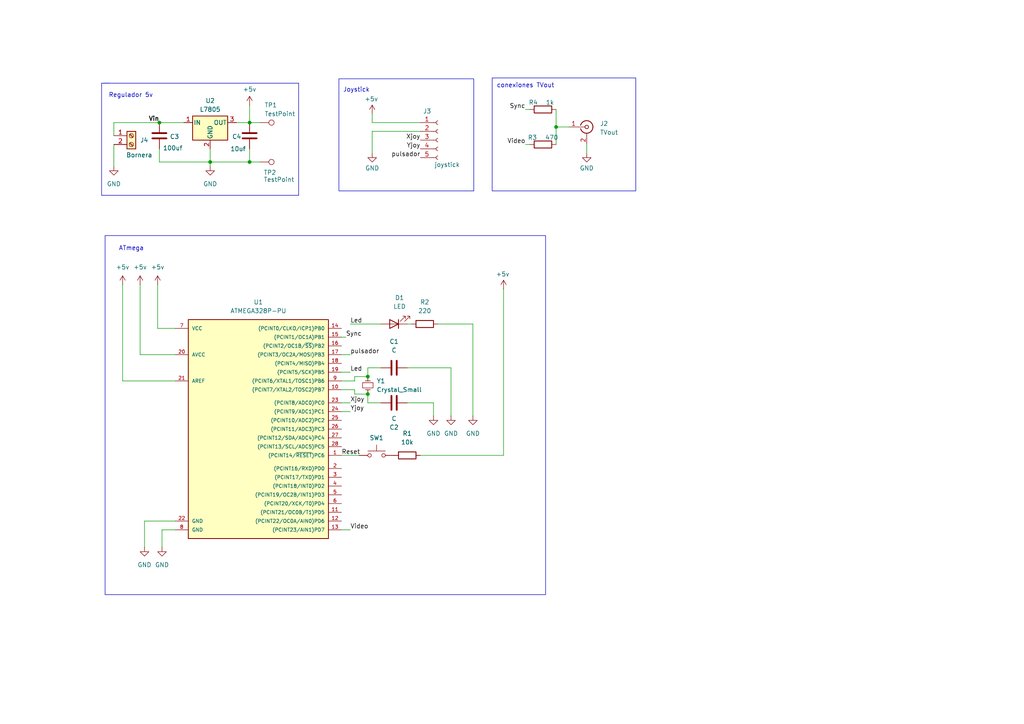
<source format=kicad_sch>
(kicad_sch (version 20231120) (generator "eeschema") (generator_version "8.0")
  (paper "A4")
  (lib_symbols
    (symbol "Connector:Conn_01x05_Socket" (pin_names (offset 1.016) hide)
      (property "Reference" "J" (at 0 7.62 0))
      (property "Value" "Conn_01x05_Socket" (at 0 -7.62 0))
      (symbol "Conn_01x05_Socket_1_1"
        (arc (start 0 -4.572) (mid -0.5058 -5.08) (end 0 -5.588) (stroke (width 0.1524)))
        (arc (start 0 -2.032) (mid -0.5058 -2.54) (end 0 -3.048) (stroke (width 0.1524)))
        (polyline (pts (xy -1.27 -5.08) (xy -0.508 -5.08)) (stroke (width 0.1524)))
        (polyline (pts (xy -1.27 -2.54) (xy -0.508 -2.54)) (stroke (width 0.1524)))
        (polyline (pts (xy -1.27 0) (xy -0.508 0)) (stroke (width 0.1524)))
        (polyline (pts (xy -1.27 2.54) (xy -0.508 2.54)) (stroke (width 0.1524)))
        (polyline (pts (xy -1.27 5.08) (xy -0.508 5.08)) (stroke (width 0.1524)))
        (arc (start 0 0.508) (mid -0.5058 0) (end 0 -0.508) (stroke (width 0.1524)))
        (arc (start 0 3.048) (mid -0.5058 2.54) (end 0 2.032) (stroke (width 0.1524)))
        (arc (start 0 5.588) (mid -0.5058 5.08) (end 0 4.572) (stroke (width 0.1524)))
        (pin passive line (at -5.08 5.08 0) (length 3.81) (name "Pin_1") (number "1"))
        (pin passive line (at -5.08 2.54 0) (length 3.81) (name "Pin_2") (number "2"))
        (pin passive line (at -5.08 0 0) (length 3.81) (name "Pin_3") (number "3"))
        (pin passive line (at -5.08 -2.54 0) (length 3.81) (name "Pin_4") (number "4"))
        (pin passive line (at -5.08 -5.08 0) (length 3.81) (name "Pin_5") (number "5"))
      )
    )
    (symbol "Connector:Conn_Coaxial" (pin_names (offset 1.016) hide)
      (property "Reference" "J" (at 0.254 3.048 0))
      (property "Value" "Conn_Coaxial" (at 2.921 0 90))
      (symbol "Conn_Coaxial_0_1"
        (arc (start -1.778 -0.508) (mid 0.2311 -1.8066) (end 1.778 0) (stroke (width 0.254)))
        (polyline (pts (xy -2.54 0) (xy -0.508 0)))
        (polyline (pts (xy 0 -2.54) (xy 0 -1.778)))
        (circle (center 0 0) (radius 0.508) (stroke (width 0.2032)))
        (arc (start 1.778 0) (mid 0.2099 1.8101) (end -1.778 0.508) (stroke (width 0.254)))
      )
      (symbol "Conn_Coaxial_1_1"
        (pin passive line (at -5.08 0 0) (length 2.54) (name "In") (number "1"))
        (pin passive line (at 0 -5.08 90) (length 2.54) (name "Ext") (number "2"))
      )
    )
    (symbol "Connector:Screw_Terminal_01x02" (pin_names (offset 1.016) hide)
      (property "Reference" "J" (at 0 2.54 0))
      (property "Value" "Screw_Terminal_01x02" (at 0 -5.08 0))
      (symbol "Screw_Terminal_01x02_1_1"
        (rectangle (start -1.27 1.27) (end 1.27 -3.81) (stroke (width 0.254)) (fill (type background)))
        (circle (center 0 -2.54) (radius 0.635) (stroke (width 0.1524)))
        (polyline (pts (xy -0.5334 -2.2098) (xy 0.3302 -3.048)) (stroke (width 0.1524)))
        (polyline (pts (xy -0.5334 0.3302) (xy 0.3302 -0.508)) (stroke (width 0.1524)))
        (polyline (pts (xy -0.3556 -2.032) (xy 0.508 -2.8702)) (stroke (width 0.1524)))
        (polyline (pts (xy -0.3556 0.508) (xy 0.508 -0.3302)) (stroke (width 0.1524)))
        (circle (center 0 0) (radius 0.635) (stroke (width 0.1524)))
        (pin passive line (at -5.08 0 0) (length 3.81) (name "Pin_1") (number "1"))
        (pin passive line (at -5.08 -2.54 0) (length 3.81) (name "Pin_2") (number "2"))
      )
    )
    (symbol "Connector:TestPoint" (pin_numbers hide) (pin_names (offset 0.762) hide)
      (property "Reference" "TP" (at 0 6.858 0))
      (property "Value" "TestPoint" (at 0 5.08 0))
      (symbol "TestPoint_0_1"
        (circle (center 0 3.302) (radius 0.762))
      )
      (symbol "TestPoint_1_1"
        (pin passive line (at 0 0 90) (length 2.54) (name "1") (number "1"))
      )
    )
    (symbol "Device:C" (pin_numbers hide) (pin_names (offset 0.254))
      (property "Reference" "C" (at 0.635 2.54 0))
      (property "Value" "C" (at 0.635 -2.54 0))
      (symbol "C_0_1"
        (polyline (pts (xy -2.032 -0.762) (xy 2.032 -0.762)) (stroke (width 0.508)))
        (polyline (pts (xy -2.032 0.762) (xy 2.032 0.762)) (stroke (width 0.508)))
      )
      (symbol "C_1_1"
        (pin passive line (at 0 3.81 270) (length 2.794) (name "~") (number "1"))
        (pin passive line (at 0 -3.81 90) (length 2.794) (name "~") (number "2"))
      )
    )
    (symbol "Device:LED" (pin_numbers hide) (pin_names (offset 1.016) hide)
      (property "Reference" "D" (at 0 2.54 0))
      (property "Value" "LED" (at 0 -2.54 0))
      (symbol "LED_0_1"
        (polyline (pts (xy -1.27 -1.27) (xy -1.27 1.27)) (stroke (width 0.254)))
        (polyline (pts (xy -1.27 0) (xy 1.27 0)))
        (polyline (pts (xy 1.27 -1.27) (xy 1.27 1.27) (xy -1.27 0) (xy 1.27 -1.27)) (stroke (width 0.254)))
        (polyline (pts (xy -3.048 -0.762) (xy -4.572 -2.286) (xy -3.81 -2.286) (xy -4.572 -2.286) (xy -4.572 -1.524)))
        (polyline (pts (xy -1.778 -0.762) (xy -3.302 -2.286) (xy -2.54 -2.286) (xy -3.302 -2.286) (xy -3.302 -1.524)))
      )
      (symbol "LED_1_1"
        (pin passive line (at -3.81 0 0) (length 2.54) (name "K") (number "1"))
        (pin passive line (at 3.81 0 180) (length 2.54) (name "A") (number "2"))
      )
    )
    (symbol "Device:R" (pin_numbers hide) (pin_names (offset 0))
      (property "Reference" "R" (at 2.032 0 90))
      (property "Value" "R" (at 0 0 90))
      (symbol "R_0_1"
        (rectangle (start -1.016 -2.54) (end 1.016 2.54) (stroke (width 0.254)))
      )
      (symbol "R_1_1"
        (pin passive line (at 0 3.81 270) (length 1.27) (name "~") (number "1"))
        (pin passive line (at 0 -3.81 90) (length 1.27) (name "~") (number "2"))
      )
    )
    (symbol "EESTN5:ATMEGA328P-PU" (pin_names (offset 1.016))
      (property "Reference" "U" (at -19.05 31.75 0))
      (property "Value" "ATMEGA328P-PU" (at 10.16 -35.56 0))
      (symbol "ATMEGA328P-PU_0_1"
        (rectangle (start -19.05 30.48) (end 21.59 -33.02) (stroke (width 0.254)) (fill (type background)))
      )
      (symbol "ATMEGA328P-PU_1_1"
        (pin bidirectional line (at 25.4 -8.89 180) (length 3.81) (name "(PCINT14/~{RESET})PC6") (number "1"))
        (pin bidirectional line (at 25.4 10.16 180) (length 3.81) (name "(PCINT7/XTAL2/TOSC2)PB7") (number "10"))
        (pin bidirectional line (at 25.4 -25.4 180) (length 3.81) (name "(PCINT21/OC0B/T1)PD5") (number "11"))
        (pin bidirectional line (at 25.4 -27.94 180) (length 3.81) (name "(PCINT22/OC0A/AIN0)PD6") (number "12"))
        (pin bidirectional line (at 25.4 -30.48 180) (length 3.81) (name "(PCINT23/AIN1)PD7") (number "13"))
        (pin bidirectional line (at 25.4 27.94 180) (length 3.81) (name "(PCINT0/CLKO/ICP1)PB0") (number "14"))
        (pin bidirectional line (at 25.4 25.4 180) (length 3.81) (name "(PCINT1/OC1A)PB1") (number "15"))
        (pin bidirectional line (at 25.4 22.86 180) (length 3.81) (name "(PCINT2/OC1B/~{SS})PB2") (number "16"))
        (pin bidirectional line (at 25.4 20.32 180) (length 3.81) (name "(PCINT3/OC2A/MOSI)PB3") (number "17"))
        (pin bidirectional line (at 25.4 17.78 180) (length 3.81) (name "(PCINT4/MISO)PB4") (number "18"))
        (pin bidirectional line (at 25.4 15.24 180) (length 3.81) (name "(PCINT5/SCK)PB5") (number "19"))
        (pin bidirectional line (at 25.4 -12.7 180) (length 3.81) (name "(PCINT16/RXD)PD0") (number "2"))
        (pin power_in line (at -22.86 20.32 0) (length 3.81) (name "AVCC") (number "20"))
        (pin bidirectional line (at -22.86 12.7 0) (length 3.81) (name "AREF") (number "21"))
        (pin power_in line (at -22.86 -27.94 0) (length 3.81) (name "GND") (number "22"))
        (pin bidirectional line (at 25.4 6.35 180) (length 3.81) (name "(PCINT8/ADC0)PC0") (number "23"))
        (pin bidirectional line (at 25.4 3.81 180) (length 3.81) (name "(PCINT9/ADC1)PC1") (number "24"))
        (pin bidirectional line (at 25.4 1.27 180) (length 3.81) (name "(PCINT10/ADC2)PC2") (number "25"))
        (pin bidirectional line (at 25.4 -1.27 180) (length 3.81) (name "(PCINT11/ADC3)PC3") (number "26"))
        (pin bidirectional line (at 25.4 -3.81 180) (length 3.81) (name "(PCINT12/SDA/ADC4)PC4") (number "27"))
        (pin bidirectional line (at 25.4 -6.35 180) (length 3.81) (name "(PCINT13/SCL/ADC5)PC5") (number "28"))
        (pin bidirectional line (at 25.4 -15.24 180) (length 3.81) (name "(PCINT17/TXD)PD1") (number "3"))
        (pin bidirectional line (at 25.4 -17.78 180) (length 3.81) (name "(PCINT18/INT0)PD2") (number "4"))
        (pin bidirectional line (at 25.4 -20.32 180) (length 3.81) (name "(PCINT19/OC2B/INT1)PD3") (number "5"))
        (pin bidirectional line (at 25.4 -22.86 180) (length 3.81) (name "(PCINT20/XCK/T0)PD4") (number "6"))
        (pin power_in line (at -22.86 27.94 0) (length 3.81) (name "VCC") (number "7"))
        (pin power_in line (at -22.86 -30.48 0) (length 3.81) (name "GND") (number "8"))
        (pin bidirectional line (at 25.4 12.7 180) (length 3.81) (name "(PCINT6/XTAL1/TOSC1)PB6") (number "9"))
      )
    )
    (symbol "EESTN5:Crystal_Small" (pin_numbers hide) (pin_names (offset 1.016) hide)
      (property "Reference" "Y" (at 0 2.54 0))
      (property "Value" "Crystal_Small" (at 0 -2.54 0))
      (symbol "Crystal_Small_0_1"
        (rectangle (start -0.762 -1.524) (end 0.762 1.524))
        (polyline (pts (xy -1.27 -0.762) (xy -1.27 0.762)))
        (polyline (pts (xy 1.27 -0.762) (xy 1.27 0.762)))
      )
      (symbol "Crystal_Small_1_1"
        (pin passive line (at -2.54 0 0) (length 1.27) (name "1") (number "1"))
        (pin passive line (at 2.54 0 180) (length 1.27) (name "2") (number "2"))
      )
    )
    (symbol "EESTN5:SW_Push" (pin_numbers hide) (pin_names (offset 1.016) hide)
      (property "Reference" "SW" (at 1.27 2.54 0))
      (symbol "SW_Push_0_1"
        (circle (center -2.032 0) (radius 0.508))
        (polyline (pts (xy 0 1.27) (xy 0 3.048)))
        (polyline (pts (xy 2.54 1.27) (xy -2.54 1.27)))
        (circle (center 2.032 0) (radius 0.508))
        (pin passive line (at -5.08 0 0) (length 2.54) (name "1") (number "1"))
        (pin passive line (at 5.08 0 180) (length 2.54) (name "2") (number "2"))
      )
    )
    (symbol "Regulator_Linear:L7805" (pin_names (offset 0.254))
      (property "Reference" "U" (at -3.81 3.175 0))
      (property "Value" "L7805" (at 0 3.175 0))
      (symbol "L7805_0_1"
        (rectangle (start -5.08 1.905) (end 5.08 -5.08) (stroke (width 0.254)) (fill (type background)))
      )
      (symbol "L7805_1_1"
        (pin power_in line (at -7.62 0 0) (length 2.54) (name "IN") (number "1"))
        (pin power_in line (at 0 -7.62 90) (length 2.54) (name "GND") (number "2"))
        (pin power_out line (at 7.62 0 180) (length 2.54) (name "OUT") (number "3"))
      )
    )
    (symbol "power:GND" (power) (pin_numbers hide) (pin_names (offset 0) hide)
      (property "Value" "GND" (at 0 -3.81 0))
      (symbol "GND_0_1"
        (polyline (pts (xy 0 0) (xy 0 -1.27) (xy 1.27 -1.27) (xy 0 -2.54) (xy -1.27 -1.27) (xy 0 -1.27)))
      )
      (symbol "GND_1_1"
        (pin power_in line (at 0 0 270) (length 0) (name "~") (number "1"))
      )
    )
    (symbol "power:VCC" (power) (pin_numbers hide) (pin_names (offset 0) hide)
      (property "Value" "VCC" (at 0 3.556 0))
      (symbol "VCC_0_1"
        (polyline (pts (xy -0.762 1.27) (xy 0 2.54)))
        (polyline (pts (xy 0 0) (xy 0 2.54)))
        (polyline (pts (xy 0 2.54) (xy 0.762 1.27)))
      )
      (symbol "VCC_1_1"
        (pin power_in line (at 0 0 90) (length 0) (name "~") (number "1"))
      )
    )
  )
  (junction (at 106.68 114.3))
  (junction (at 161.29 36.83))
  (junction (at 60.96 46.99))
  (junction (at 72.39 46.99))
  (junction (at 46.228 35.56))
  (junction (at 72.39 35.56))
  (junction (at 106.68 109.22))
  (wire (pts (xy 102.87 113.03) (xy 99.06 113.03)))
  (polyline (pts (xy 29.464 24.13) (xy 31.75 24.13)))
  (wire (pts (xy 152.4 31.75) (xy 153.67 31.75)))
  (wire (pts (xy 101.6 102.87) (xy 99.06 102.87)))
  (wire (pts (xy 46.228 46.99) (xy 60.96 46.99)))
  (polyline (pts (xy 29.464 56.642) (xy 29.464 24.892)))
  (wire (pts (xy 102.87 110.49) (xy 99.06 110.49)))
  (wire (pts (xy 110.49 106.68) (xy 106.68 106.68)))
  (wire (pts (xy 127 93.98) (xy 137.16 93.98)))
  (wire (pts (xy 99.06 119.38) (xy 101.6 119.38)))
  (wire (pts (xy 75.438 35.56) (xy 72.39 35.56)))
  (wire (pts (xy 40.64 102.87) (xy 40.64 82.55)))
  (wire (pts (xy 106.68 114.3) (xy 102.87 114.3)))
  (wire (pts (xy 118.11 93.98) (xy 119.38 93.98)))
  (wire (pts (xy 121.92 38.1) (xy 107.95 38.1)))
  (wire (pts (xy 161.29 36.83) (xy 161.29 41.91)))
  (wire (pts (xy 118.11 116.84) (xy 125.73 116.84)))
  (wire (pts (xy 118.11 106.68) (xy 130.81 106.68)))
  (wire (pts (xy 99.06 97.79) (xy 100.33 97.79)))
  (wire (pts (xy 146.05 132.08) (xy 146.05 83.82)))
  (wire (pts (xy 121.92 35.56) (xy 107.95 35.56)))
  (wire (pts (xy 137.16 93.98) (xy 137.16 120.65)))
  (wire (pts (xy 121.92 132.08) (xy 146.05 132.08)))
  (wire (pts (xy 41.91 158.75) (xy 41.91 151.13)))
  (wire (pts (xy 41.91 151.13) (xy 50.8 151.13)))
  (wire (pts (xy 72.39 46.99) (xy 75.438 46.99)))
  (wire (pts (xy 99.06 107.95) (xy 101.6 107.95)))
  (wire (pts (xy 102.87 114.3) (xy 102.87 113.03)))
  (wire (pts (xy 170.18 41.91) (xy 170.18 44.45)))
  (wire (pts (xy 106.68 106.68) (xy 106.68 109.22)))
  (wire (pts (xy 60.96 48.26) (xy 60.96 46.99)))
  (wire (pts (xy 68.58 35.56) (xy 72.39 35.56)))
  (wire (pts (xy 46.228 35.56) (xy 53.34 35.56)))
  (wire (pts (xy 152.4 41.91) (xy 153.67 41.91)))
  (wire (pts (xy 50.8 95.25) (xy 45.72 95.25)))
  (wire (pts (xy 107.95 35.56) (xy 107.95 33.02)))
  (wire (pts (xy 45.72 95.25) (xy 45.72 82.55)))
  (wire (pts (xy 101.6 93.98) (xy 110.49 93.98)))
  (wire (pts (xy 46.99 158.75) (xy 46.99 153.67)))
  (wire (pts (xy 50.8 110.49) (xy 35.56 110.49)))
  (wire (pts (xy 50.8 102.87) (xy 40.64 102.87)))
  (polyline (pts (xy 29.972 24.13) (xy 31.75 24.13)))
  (wire (pts (xy 33.02 41.91) (xy 33.02 48.26)))
  (wire (pts (xy 35.56 110.49) (xy 35.56 82.55)))
  (polyline (pts (xy 86.614 24.13) (xy 86.614 56.642)))
  (polyline (pts (xy 31.75 24.13) (xy 86.614 24.13)))
  (wire (pts (xy 165.1 36.83) (xy 161.29 36.83)))
  (wire (pts (xy 72.39 46.99) (xy 60.96 46.99)))
  (wire (pts (xy 125.73 116.84) (xy 125.73 120.65)))
  (wire (pts (xy 99.06 132.08) (xy 104.14 132.08)))
  (wire (pts (xy 72.39 30.48) (xy 72.39 35.56)))
  (wire (pts (xy 99.06 153.67) (xy 101.6 153.67)))
  (polyline (pts (xy 29.464 24.13) (xy 29.464 24.892)))
  (wire (pts (xy 33.02 35.56) (xy 46.228 35.56)))
  (wire (pts (xy 161.29 31.75) (xy 161.29 36.83)))
  (wire (pts (xy 33.02 39.37) (xy 33.02 35.56)))
  (wire (pts (xy 72.39 43.18) (xy 72.39 46.99)))
  (wire (pts (xy 46.228 43.18) (xy 46.228 46.99)))
  (wire (pts (xy 99.06 116.84) (xy 101.6 116.84)))
  (polyline (pts (xy 86.614 56.642) (xy 29.464 56.642)))
  (wire (pts (xy 107.95 38.1) (xy 107.95 44.45)))
  (wire (pts (xy 46.99 153.67) (xy 50.8 153.67)))
  (wire (pts (xy 102.87 109.22) (xy 102.87 110.49)))
  (wire (pts (xy 110.49 116.84) (xy 106.68 116.84)))
  (wire (pts (xy 106.68 109.22) (xy 102.87 109.22)))
  (wire (pts (xy 60.96 43.18) (xy 60.96 46.99)))
  (wire (pts (xy 130.81 106.68) (xy 130.81 120.65)))
  (wire (pts (xy 106.68 116.84) (xy 106.68 114.3)))
  (rectangle (start 142.748 22.606) (end 184.404 55.372))
  (rectangle (start 30.48 68.326) (end 158.242 172.466))
  (rectangle (start 98.298 22.86) (end 137.414 55.372))
  (text "ATmega\n" (at 38.1 72.136 0) (effects (font (size 1.27 1.27))))
  (text "Joystick\n" (at 103.378 26.162 0) (effects (font (size 1.27 1.27))))
  (text "Regulador 5v" (at 31.496 28.448 0) (effects (font (size 1.27 1.27)) (justify left bottom)))
  (text "conexiones TVout " (at 152.908 24.892 0) (effects (font (size 1.27 1.27))))
  (label "Vin" (at 46.228 35.56 180) (effects (font (bold yes))))
  (label "Led" (at 101.6 107.95 0))
  (label "pulsador" (at 121.92 45.72 180))
  (label "Video" (at 152.4 41.91 180))
  (label "Yjoy" (at 121.92 43.18 180))
  (label "Sync" (at 152.4 31.75 180))
  (label "Xjoy" (at 121.92 40.64 180))
  (label "Xjoy" (at 101.6 116.84 0))
  (label "Led" (at 101.6 93.98 0))
  (label "pulsador" (at 101.6 102.87 0))
  (label "Yjoy" (at 101.6 119.38 0))
  (label "Reset" (at 99.06 132.08 0))
  (label "Sync" (at 100.33 97.79 0))
  (label "Video" (at 101.6 153.67 0))
  (symbol (lib_id "power:GND") (at 46.99 158.75 0) (unit 1)
    (property "Reference" "#PWR06" (effects (hide yes)))
    (property "Value" "GND" (at 46.99 163.83 0))
    (property "Description" "Power symbol creates a global label with name \"GND\" , ground" (effects (hide yes)))
  )
  (symbol (lib_id "EESTN5:Crystal_Small") (at 106.68 111.76 90) (unit 1)
    (property "Reference" "Y1" (at 109.22 110.4899 90) (effects (justify right)))
    (property "Value" "Crystal_Small" (at 109.22 113.0299 90) (effects (justify right)))
    (property "Footprint" "EESTN5:HC49" (effects (hide yes)))
    (property "Description" "Two pin crystal" (effects (hide yes)))
  )
  (symbol (lib_id "Device:C") (at 114.3 106.68 270) (unit 1)
    (property "Reference" "C1" (at 114.3 99.06 90))
    (property "Value" "C" (at 114.3 101.6 90))
    (property "Footprint" "Capacitor_SMD:C_1210_3225Metric_Pad1.33x2.70mm_HandSolder" (effects (hide yes)))
    (property "Description" "Unpolarized capacitor" (effects (hide yes)))
  )
  (symbol (lib_id "power:GND") (at 125.73 120.65 0) (unit 1)
    (property "Reference" "#PWR010" (effects (hide yes)))
    (property "Value" "GND" (at 125.73 125.73 0))
    (property "Description" "Power symbol creates a global label with name \"GND\" , ground" (effects (hide yes)))
  )
  (symbol (lib_id "Device:R") (at 123.19 93.98 90) (unit 1)
    (property "Reference" "R2" (at 123.19 87.63 90))
    (property "Value" "220" (at 123.19 90.17 90))
    (property "Footprint" "EESTN5:R_1206" (effects (hide yes)))
    (property "Description" "Resistor" (effects (hide yes)))
  )
  (symbol (lib_id "Device:R") (at 118.11 132.08 90) (unit 1)
    (property "Reference" "R1" (at 118.11 125.73 90))
    (property "Value" "10k" (at 118.11 128.27 90))
    (property "Footprint" "EESTN5:R_1206" (effects (hide yes)))
    (property "Description" "Resistor" (effects (hide yes)))
  )
  (symbol (lib_id "power:GND") (at 130.81 120.65 0) (unit 1)
    (property "Reference" "#PWR09" (effects (hide yes)))
    (property "Value" "GND" (at 130.81 125.73 0))
    (property "Description" "Power symbol creates a global label with name \"GND\" , ground" (effects (hide yes)))
  )
  (symbol (lib_id "power:GND") (at 60.96 48.26 0) (unit 1)
    (property "Reference" "#PWR015" (effects (hide yes)))
    (property "Value" "GND" (at 60.96 53.34 0))
    (property "Description" "Power symbol creates a global label with name \"GND\" , ground" (effects (hide yes)))
  )
  (symbol (lib_id "power:VCC") (at 40.64 82.55 0) (unit 1)
    (property "Reference" "#PWR04" (effects (hide yes)))
    (property "Value" "+5v" (at 40.64 77.47 0))
    (property "Description" "Power symbol creates a global label with name \"VCC\"" (effects (hide yes)))
  )
  (symbol (lib_id "Connector:Conn_01x05_Socket") (at 127 40.64 0) (unit 1)
    (property "Reference" "J3" (at 122.682 32.258 0) (effects (justify left)))
    (property "Value" "joystick" (at 125.984 47.752 0) (effects (justify left)))
    (property "Footprint" "EESTN5:Pin_Strip_5" (effects (hide yes)))
    (property "Description" "Generic connector, single row, 01x05, script generated" (effects (hide yes)))
  )
  (symbol (lib_id "power:VCC") (at 45.72 82.55 0) (unit 1)
    (property "Reference" "#PWR02" (effects (hide yes)))
    (property "Value" "+5v" (at 45.72 77.47 0))
    (property "Description" "Power symbol creates a global label with name \"VCC\"" (effects (hide yes)))
  )
  (symbol (lib_id "power:VCC") (at 146.05 83.82 0) (unit 1)
    (property "Reference" "#PWR08" (effects (hide yes)))
    (property "Value" "+5v" (at 145.796 79.502 0))
    (property "Description" "Power symbol creates a global label with name \"VCC\"" (effects (hide yes)))
  )
  (symbol (lib_id "Connector:Conn_Coaxial") (at 170.18 36.83 0) (unit 1)
    (property "Reference" "J2" (at 173.99 35.8531 0) (effects (justify left)))
    (property "Value" "TVout" (at 173.99 38.3931 0) (effects (justify left)))
    (property "Footprint" "Connector_Coaxial:BNC_Win_364A2x95_Horizontal" (effects (hide yes)))
    (property "Datasheet" " ~" (effects (hide yes)))
    (property "Description" "coaxial connector (BNC, SMA, SMB, SMC, Cinch/RCA, LEMO, ...)" (effects (hide yes)))
  )
  (symbol (lib_id "power:GND") (at 41.91 158.75 0) (unit 1)
    (property "Reference" "#PWR07" (effects (hide yes)))
    (property "Value" "GND" (at 41.91 163.83 0))
    (property "Description" "Power symbol creates a global label with name \"GND\" , ground" (effects (hide yes)))
  )
  (symbol (lib_id "power:VCC") (at 35.56 82.55 0) (unit 1)
    (property "Reference" "#PWR05" (effects (hide yes)))
    (property "Value" "+5v" (at 35.56 77.47 0))
    (property "Description" "Power symbol creates a global label with name \"VCC\"" (effects (hide yes)))
  )
  (symbol (lib_id "power:GND") (at 107.95 44.45 0) (unit 1)
    (property "Reference" "#PWR03" (effects (hide yes)))
    (property "Value" "GND" (at 107.95 48.768 0))
    (property "Description" "Power symbol creates a global label with name \"GND\" , ground" (effects (hide yes)))
  )
  (symbol (lib_id "Connector:Screw_Terminal_01x02") (at 38.1 39.37 0) (unit 1)
    (property "Reference" "J4" (at 40.64 40.6399 0) (effects (justify left)))
    (property "Value" "Bornera" (at 44.196 44.958 0) (effects (justify right)))
    (property "Footprint" "EESTN5:BORNERA2_AZUL" (effects (hide yes)))
  )
  (symbol (lib_id "Device:R") (at 157.48 41.91 90) (unit 1)
    (property "Reference" "R3" (at 154.432 39.878 90))
    (property "Value" "470" (at 160.02 39.878 90))
    (property "Footprint" "EESTN5:R_1206" (effects (hide yes)))
    (property "Description" "Resistor" (effects (hide yes)))
  )
  (symbol (lib_id "Device:C") (at 46.228 39.37 0) (unit 1)
    (property "Reference" "C3" (at 49.276 39.624 0) (effects (justify left)))
    (property "Value" "100uf" (at 47.244 42.926 0) (effects (justify left)))
    (property "Footprint" "Capacitor_SMD:C_1210_3225Metric_Pad1.33x2.70mm_HandSolder" (effects (hide yes)))
    (property "Description" "Unpolarized capacitor" (effects (hide yes)))
  )
  (symbol (lib_id "Device:C") (at 72.39 39.37 0) (unit 1)
    (property "Reference" "C4" (at 67.31 39.624 0) (effects (justify left)))
    (property "Value" "10uf" (at 66.802 43.18 0) (effects (justify left)))
    (property "Footprint" "Capacitor_SMD:C_1210_3225Metric_Pad1.33x2.70mm_HandSolder" (effects (hide yes)))
    (property "Description" "Unpolarized capacitor" (effects (hide yes)))
  )
  (symbol (lib_id "Device:LED") (at 114.3 93.98 180) (unit 1)
    (property "Reference" "D1" (at 115.8875 86.36 0))
    (property "Value" "LED" (at 115.8875 88.9 0))
    (property "Footprint" "LED_SMD:LED_1210_3225Metric" (effects (hide yes)))
    (property "Description" "Light emitting diode" (effects (hide yes)))
  )
  (symbol (lib_id "power:GND") (at 33.02 48.26 0) (unit 1)
    (property "Reference" "#PWR014" (effects (hide yes)))
    (property "Value" "GND" (at 33.02 53.34 0))
    (property "Description" "Power symbol creates a global label with name \"GND\" , ground" (effects (hide yes)))
  )
  (symbol (lib_id "Regulator_Linear:L7805") (at 60.96 35.56 0) (unit 1)
    (property "Reference" "U2" (at 60.96 29.21 0))
    (property "Value" "L7805" (at 60.96 31.75 0))
    (property "Footprint" "Package_TO_SOT_SMD:TSOT-23_HandSoldering" (effects (hide yes)))
    (property "Datasheet" "http://www.st.com/content/ccc/resource/technical/document/datasheet/41/4f/b3/b0/12/d4/47/88/CD00000444.pdf/files/CD00000444.pdf/jcr:content/translations/en.CD00000444.pdf" (effects (hide yes)))
  )
  (symbol (lib_id "Connector:TestPoint") (at 75.438 35.56 270) (unit 1)
    (property "Reference" "TP1" (at 76.708 30.48 90) (effects (justify left)))
    (property "Value" "TestPoint" (at 76.708 33.02 90) (effects (justify left)))
    (property "Footprint" "TestPoint:TestPoint_Keystone_5015_Micro-Minature" (effects (hide yes)))
    (property "Description" "test point" (effects (hide yes)))
  )
  (symbol (lib_id "power:GND") (at 137.16 120.65 0) (unit 1)
    (property "Reference" "#PWR011" (effects (hide yes)))
    (property "Value" "GND" (at 137.16 125.73 0))
    (property "Description" "Power symbol creates a global label with name \"GND\" , ground" (effects (hide yes)))
  )
  (symbol (lib_id "Device:C") (at 114.3 116.84 90) (unit 1)
    (property "Reference" "C2" (at 114.3 123.952 90))
    (property "Value" "C" (at 114.3 121.412 90))
    (property "Footprint" "Capacitor_SMD:C_1210_3225Metric_Pad1.33x2.70mm_HandSolder" (effects (hide yes)))
    (property "Description" "Unpolarized capacitor" (effects (hide yes)))
  )
  (symbol (lib_id "power:GND") (at 170.18 44.45 0) (unit 1)
    (property "Reference" "#PWR013" (effects (hide yes)))
    (property "Value" "GND" (at 170.18 48.768 0))
    (property "Description" "Power symbol creates a global label with name \"GND\" , ground" (effects (hide yes)))
  )
  (symbol (lib_id "EESTN5:SW_Push") (at 109.22 132.08 0) (unit 1)
    (property "Reference" "SW1" (at 109.22 127 0))
    (property "Value" "SW_Push" (effects (hide yes)))
    (property "Footprint" "EESTN5:SW_SPST_EVQPE1" (effects (hide yes)))
    (property "Description" "Push button switch, generic, two pins" (effects (hide yes)))
  )
  (symbol (lib_id "power:VCC") (at 107.95 33.02 0) (unit 1)
    (property "Reference" "#PWR012" (effects (hide yes)))
    (property "Value" "+5v" (at 107.696 28.702 0))
    (property "Description" "Power symbol creates a global label with name \"VCC\"" (effects (hide yes)))
  )
  (symbol (lib_id "Device:R") (at 157.48 31.75 90) (unit 1)
    (property "Reference" "R4" (at 154.686 29.718 90))
    (property "Value" "1k" (at 159.512 29.718 90))
    (property "Footprint" "EESTN5:R_1206" (effects (hide yes)))
    (property "Description" "Resistor" (effects (hide yes)))
  )
  (symbol (lib_id "Connector:TestPoint") (at 75.438 46.99 270) (unit 1)
    (property "Reference" "TP2" (at 76.454 50.038 90) (effects (justify left)))
    (property "Value" "TestPoint" (at 76.454 52.07 90) (effects (justify left)))
    (property "Footprint" "TestPoint:TestPoint_Keystone_5015_Micro-Minature" (effects (hide yes)))
    (property "Description" "test point" (effects (hide yes)))
  )
  (symbol (lib_id "EESTN5:ATMEGA328P-PU") (at 73.66 123.19 0) (unit 1)
    (property "Reference" "U1" (at 74.93 87.63 0))
    (property "Value" "ATMEGA328P-PU" (at 74.93 90.17 0))
    (property "Footprint" "EESTN5:DIP_28-300_socket" (effects (hide yes)))
    (property "Datasheet" "http://www.atmel.com/images/atmel-8271-8-bit-avr-microcontroller-atmega48a-48pa-88a-88pa-168a-168pa-328-328p_datasheet.pdf" (effects (hide yes)))
    (property "Description" "PDIP28 Narrow, 32k Flash, 2kB SRAM, 1kB EEPROM" (effects (hide yes)))
  )
  (symbol (lib_id "power:VCC") (at 72.39 30.48 0) (unit 1)
    (property "Reference" "#PWR01" (effects (hide yes)))
    (property "Value" "+5v" (at 72.39 25.908 0))
    (property "Description" "Power symbol creates a global label with name \"VCC\"" (effects (hide yes)))
  )
)
</source>
